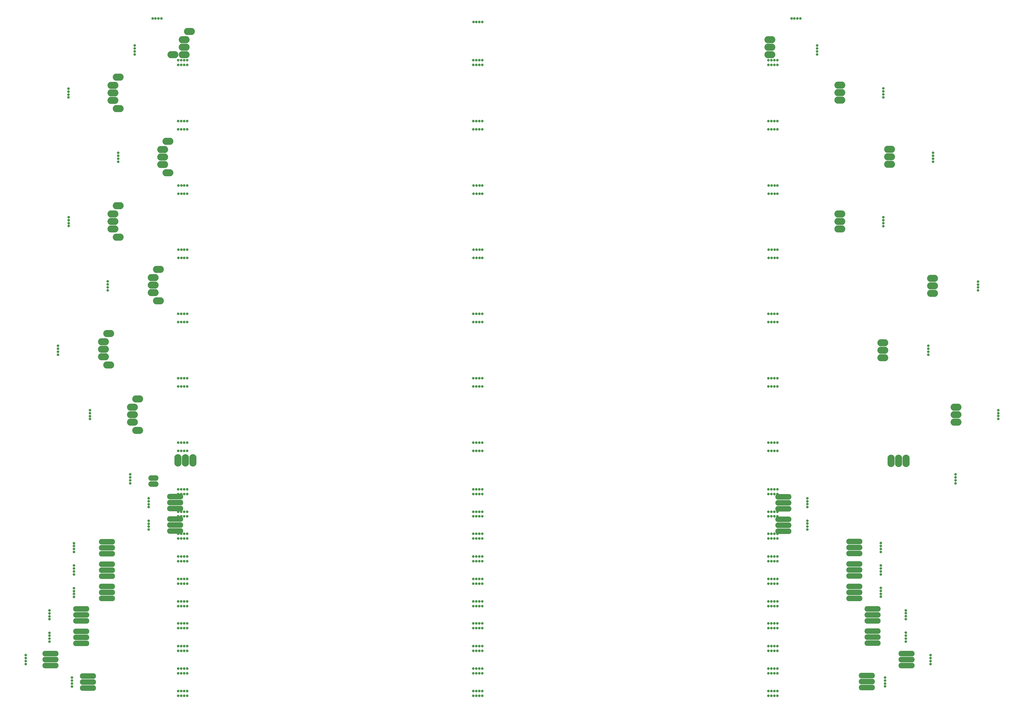
<source format=gbr>
G04 #@! TF.GenerationSoftware,KiCad,Pcbnew,(5.1.0-0)*
G04 #@! TF.CreationDate,2019-04-18T11:47:57-07:00*
G04 #@! TF.ProjectId,Panel2,50616e65-6c32-42e6-9b69-6361645f7063,rev?*
G04 #@! TF.SameCoordinates,Original*
G04 #@! TF.FileFunction,Soldermask,Bot*
G04 #@! TF.FilePolarity,Negative*
%FSLAX46Y46*%
G04 Gerber Fmt 4.6, Leading zero omitted, Abs format (unit mm)*
G04 Created by KiCad (PCBNEW (5.1.0-0)) date 2019-04-18 11:47:57*
%MOMM*%
%LPD*%
G04 APERTURE LIST*
%ADD10C,0.900000*%
%ADD11O,3.702000X2.432000*%
%ADD12O,5.480000X1.924000*%
%ADD13O,2.432000X4.210000*%
%ADD14O,3.448000X1.924000*%
G04 APERTURE END LIST*
D10*
X39721201Y-248268822D03*
X39721201Y-247268822D03*
X39721201Y-249268822D03*
X39721201Y-250268822D03*
X24021201Y-240668822D03*
X24021201Y-239668822D03*
X24021201Y-241668822D03*
X24021201Y-242668822D03*
X32071201Y-233068822D03*
X32071201Y-232068822D03*
X32071201Y-234068822D03*
X32071201Y-235068822D03*
X32071201Y-225468822D03*
X32071201Y-224468822D03*
X32071201Y-226468822D03*
X32071201Y-227468822D03*
X40371201Y-217918822D03*
X40371201Y-216918822D03*
X40371201Y-218918822D03*
X40371201Y-219918822D03*
X40371201Y-210268822D03*
X40371201Y-209268822D03*
X40371201Y-211268822D03*
X40371201Y-212268822D03*
X40371201Y-202668822D03*
X40371201Y-201668822D03*
X40371201Y-203668822D03*
X40371201Y-204668822D03*
X65721201Y-195068822D03*
X65721201Y-194068822D03*
X65721201Y-196068822D03*
X65721201Y-197068822D03*
X65671201Y-187468822D03*
X65671201Y-186468822D03*
X65671201Y-188468822D03*
X65671201Y-189468822D03*
X59421201Y-179368822D03*
X59421201Y-178368822D03*
X59421201Y-180368822D03*
X59421201Y-181368822D03*
X45821201Y-157568822D03*
X45821201Y-156568822D03*
X45821201Y-158568822D03*
X45821201Y-159568822D03*
X34971201Y-135768822D03*
X34971201Y-134768822D03*
X34971201Y-136768822D03*
X34971201Y-137768822D03*
X51821201Y-113918822D03*
X51821201Y-112918822D03*
X51821201Y-114918822D03*
X51821201Y-115918822D03*
X38571201Y-92118822D03*
X38571201Y-91118822D03*
X38571201Y-93118822D03*
X38571201Y-94118822D03*
X55371201Y-70318822D03*
X55371201Y-69318822D03*
X55371201Y-71318822D03*
X55371201Y-72318822D03*
X38521201Y-48518822D03*
X38521201Y-47518822D03*
X38521201Y-49518822D03*
X38521201Y-50518822D03*
X60971201Y-33918822D03*
X60971201Y-32918822D03*
X60971201Y-34918822D03*
X60971201Y-35918822D03*
X176718822Y-24878799D03*
X175718822Y-24878799D03*
X177718822Y-24878799D03*
X178718822Y-24878799D03*
X292171201Y-33918822D03*
X292171201Y-32918822D03*
X292171201Y-34918822D03*
X292171201Y-35918822D03*
X314621201Y-48468822D03*
X314621201Y-47468822D03*
X314621201Y-49468822D03*
X314621201Y-50468822D03*
X331471201Y-70318822D03*
X331471201Y-69318822D03*
X331471201Y-71318822D03*
X331471201Y-72318822D03*
X314621201Y-92168822D03*
X314621201Y-91168822D03*
X314621201Y-93168822D03*
X314621201Y-94168822D03*
X346700000Y-115950000D03*
X346700000Y-114950000D03*
X346700000Y-112950000D03*
X346700000Y-113950000D03*
X329850000Y-137750000D03*
X329850000Y-136750000D03*
X329850000Y-134750000D03*
X329850000Y-135750000D03*
X353550000Y-159550000D03*
X353550000Y-158550000D03*
X353550000Y-156550000D03*
X353550000Y-157550000D03*
X339050000Y-181350000D03*
X339050000Y-180350000D03*
X339050000Y-178350000D03*
X339050000Y-179350000D03*
X288850000Y-189450000D03*
X288850000Y-188450000D03*
X288850000Y-186450000D03*
X288850000Y-187450000D03*
X288850000Y-197050000D03*
X288850000Y-196050000D03*
X288850000Y-194050000D03*
X288850000Y-195050000D03*
X313750000Y-204650000D03*
X313750000Y-203650000D03*
X313750000Y-201650000D03*
X313750000Y-202650000D03*
X313750000Y-212250000D03*
X313750000Y-211250000D03*
X313750000Y-209250000D03*
X313750000Y-210250000D03*
X313750000Y-219850000D03*
X313750000Y-218850000D03*
X313750000Y-216850000D03*
X313750000Y-217850000D03*
X322250000Y-227450000D03*
X322250000Y-226450000D03*
X322250000Y-224450000D03*
X322250000Y-225450000D03*
X322250000Y-233050000D03*
X322250000Y-232050000D03*
X322250000Y-234050000D03*
X322250000Y-235050000D03*
X315200000Y-250250000D03*
X315200000Y-249250000D03*
X315200000Y-247250000D03*
X315200000Y-248250000D03*
X330600000Y-240650000D03*
X330600000Y-239650000D03*
X330600000Y-241650000D03*
X330600000Y-242650000D03*
X275700000Y-167550000D03*
X276700000Y-167550000D03*
X278700000Y-167550000D03*
X277700000Y-167550000D03*
X277700000Y-170350000D03*
X278700000Y-170350000D03*
X276700000Y-170350000D03*
X275700000Y-170350000D03*
X75700000Y-167550000D03*
X76700000Y-167550000D03*
X78700000Y-167550000D03*
X77700000Y-167550000D03*
X77700000Y-170350000D03*
X78700000Y-170350000D03*
X76700000Y-170350000D03*
X75700000Y-170350000D03*
X177700000Y-170350000D03*
X178700000Y-170350000D03*
X176700000Y-170350000D03*
X175700000Y-170350000D03*
X175700000Y-167550000D03*
X176700000Y-167550000D03*
X178700000Y-167550000D03*
X177700000Y-167550000D03*
X275700000Y-145750000D03*
X276700000Y-145750000D03*
X278700000Y-145750000D03*
X277700000Y-145750000D03*
X277700000Y-148550000D03*
X278700000Y-148550000D03*
X276700000Y-148550000D03*
X275700000Y-148550000D03*
X75700000Y-145750000D03*
X76700000Y-145750000D03*
X78700000Y-145750000D03*
X77700000Y-145750000D03*
X77700000Y-148550000D03*
X78700000Y-148550000D03*
X76700000Y-148550000D03*
X75700000Y-148550000D03*
X177700000Y-148550000D03*
X178700000Y-148550000D03*
X176700000Y-148550000D03*
X175700000Y-148550000D03*
X175700000Y-145750000D03*
X176700000Y-145750000D03*
X178700000Y-145750000D03*
X177700000Y-145750000D03*
X275700000Y-123900000D03*
X276700000Y-123900000D03*
X278700000Y-123900000D03*
X277700000Y-123900000D03*
X277700000Y-126700000D03*
X278700000Y-126700000D03*
X276700000Y-126700000D03*
X275700000Y-126700000D03*
X75700000Y-123900000D03*
X76700000Y-123900000D03*
X78700000Y-123900000D03*
X77700000Y-123900000D03*
X77700000Y-126700000D03*
X78700000Y-126700000D03*
X76700000Y-126700000D03*
X75700000Y-126700000D03*
X177700000Y-126700000D03*
X178700000Y-126700000D03*
X176700000Y-126700000D03*
X175700000Y-126700000D03*
X175700000Y-123900000D03*
X176700000Y-123900000D03*
X178700000Y-123900000D03*
X177700000Y-123900000D03*
X275750000Y-102150000D03*
X276750000Y-102150000D03*
X278750000Y-102150000D03*
X277750000Y-102150000D03*
X277750000Y-104950000D03*
X278750000Y-104950000D03*
X276750000Y-104950000D03*
X275750000Y-104950000D03*
X75750000Y-102150000D03*
X76750000Y-102150000D03*
X78750000Y-102150000D03*
X77750000Y-102150000D03*
X77750000Y-104950000D03*
X78750000Y-104950000D03*
X76750000Y-104950000D03*
X75750000Y-104950000D03*
X177750000Y-104950000D03*
X178750000Y-104950000D03*
X176750000Y-104950000D03*
X175750000Y-104950000D03*
X175750000Y-102150000D03*
X176750000Y-102150000D03*
X178750000Y-102150000D03*
X177750000Y-102150000D03*
X275750000Y-80350000D03*
X276750000Y-80350000D03*
X278750000Y-80350000D03*
X277750000Y-80350000D03*
X277750000Y-83150000D03*
X278750000Y-83150000D03*
X276750000Y-83150000D03*
X275750000Y-83150000D03*
X75750000Y-80350000D03*
X76750000Y-80350000D03*
X78750000Y-80350000D03*
X77750000Y-80350000D03*
X77750000Y-83150000D03*
X78750000Y-83150000D03*
X76750000Y-83150000D03*
X75750000Y-83150000D03*
X177750000Y-83150000D03*
X178750000Y-83150000D03*
X176750000Y-83150000D03*
X175750000Y-83150000D03*
X175750000Y-80350000D03*
X176750000Y-80350000D03*
X178750000Y-80350000D03*
X177750000Y-80350000D03*
X177700000Y-251800000D03*
X178700000Y-251800000D03*
X176700000Y-251800000D03*
X175700000Y-251800000D03*
X175700000Y-253400000D03*
X176700000Y-253400000D03*
X178700000Y-253400000D03*
X177700000Y-253400000D03*
X275700000Y-253400000D03*
X276700000Y-253400000D03*
X278700000Y-253400000D03*
X277700000Y-253400000D03*
X277700000Y-251800000D03*
X278700000Y-251800000D03*
X276700000Y-251800000D03*
X275700000Y-251800000D03*
X77700000Y-251800000D03*
X78700000Y-251800000D03*
X76700000Y-251800000D03*
X75700000Y-251800000D03*
X75700000Y-253400000D03*
X76700000Y-253400000D03*
X78700000Y-253400000D03*
X77700000Y-253400000D03*
X177700000Y-244200000D03*
X178700000Y-244200000D03*
X176700000Y-244200000D03*
X175700000Y-244200000D03*
X175700000Y-245800000D03*
X176700000Y-245800000D03*
X178700000Y-245800000D03*
X177700000Y-245800000D03*
X275700000Y-245800000D03*
X276700000Y-245800000D03*
X278700000Y-245800000D03*
X277700000Y-245800000D03*
X277700000Y-244200000D03*
X278700000Y-244200000D03*
X276700000Y-244200000D03*
X275700000Y-244200000D03*
X77700000Y-244200000D03*
X78700000Y-244200000D03*
X76700000Y-244200000D03*
X75700000Y-244200000D03*
X75700000Y-245800000D03*
X76700000Y-245800000D03*
X78700000Y-245800000D03*
X77700000Y-245800000D03*
X177700000Y-236600000D03*
X178700000Y-236600000D03*
X176700000Y-236600000D03*
X175700000Y-236600000D03*
X175700000Y-238200000D03*
X176700000Y-238200000D03*
X178700000Y-238200000D03*
X177700000Y-238200000D03*
X275700000Y-238200000D03*
X276700000Y-238200000D03*
X278700000Y-238200000D03*
X277700000Y-238200000D03*
X277700000Y-236600000D03*
X278700000Y-236600000D03*
X276700000Y-236600000D03*
X275700000Y-236600000D03*
X77700000Y-236600000D03*
X78700000Y-236600000D03*
X76700000Y-236600000D03*
X75700000Y-236600000D03*
X75700000Y-238200000D03*
X76700000Y-238200000D03*
X78700000Y-238200000D03*
X77700000Y-238200000D03*
X177700000Y-228900000D03*
X178700000Y-228900000D03*
X176700000Y-228900000D03*
X175700000Y-228900000D03*
X175700000Y-230500000D03*
X176700000Y-230500000D03*
X178700000Y-230500000D03*
X177700000Y-230500000D03*
X275700000Y-230500000D03*
X276700000Y-230500000D03*
X278700000Y-230500000D03*
X277700000Y-230500000D03*
X277700000Y-228900000D03*
X278700000Y-228900000D03*
X276700000Y-228900000D03*
X275700000Y-228900000D03*
X77700000Y-228900000D03*
X78700000Y-228900000D03*
X76700000Y-228900000D03*
X75700000Y-228900000D03*
X75700000Y-230500000D03*
X76700000Y-230500000D03*
X78700000Y-230500000D03*
X77700000Y-230500000D03*
X177700000Y-221400000D03*
X178700000Y-221400000D03*
X176700000Y-221400000D03*
X175700000Y-221400000D03*
X175700000Y-223000000D03*
X176700000Y-223000000D03*
X178700000Y-223000000D03*
X177700000Y-223000000D03*
X275700000Y-223000000D03*
X276700000Y-223000000D03*
X278700000Y-223000000D03*
X277700000Y-223000000D03*
X277700000Y-221400000D03*
X278700000Y-221400000D03*
X276700000Y-221400000D03*
X275700000Y-221400000D03*
X77700000Y-221400000D03*
X78700000Y-221400000D03*
X76700000Y-221400000D03*
X75700000Y-221400000D03*
X75700000Y-223000000D03*
X76700000Y-223000000D03*
X78700000Y-223000000D03*
X77700000Y-223000000D03*
X177700000Y-213800000D03*
X178700000Y-213800000D03*
X176700000Y-213800000D03*
X175700000Y-213800000D03*
X175700000Y-215400000D03*
X176700000Y-215400000D03*
X178700000Y-215400000D03*
X177700000Y-215400000D03*
X275700000Y-215400000D03*
X276700000Y-215400000D03*
X278700000Y-215400000D03*
X277700000Y-215400000D03*
X277700000Y-213800000D03*
X278700000Y-213800000D03*
X276700000Y-213800000D03*
X275700000Y-213800000D03*
X77700000Y-213800000D03*
X78700000Y-213800000D03*
X76700000Y-213800000D03*
X75700000Y-213800000D03*
X75700000Y-215400000D03*
X76700000Y-215400000D03*
X78700000Y-215400000D03*
X77700000Y-215400000D03*
X177700000Y-206200000D03*
X178700000Y-206200000D03*
X176700000Y-206200000D03*
X175700000Y-206200000D03*
X175700000Y-207800000D03*
X176700000Y-207800000D03*
X178700000Y-207800000D03*
X177700000Y-207800000D03*
X275700000Y-207800000D03*
X276700000Y-207800000D03*
X278700000Y-207800000D03*
X277700000Y-207800000D03*
X277700000Y-206200000D03*
X278700000Y-206200000D03*
X276700000Y-206200000D03*
X275700000Y-206200000D03*
X77700000Y-206200000D03*
X78700000Y-206200000D03*
X76700000Y-206200000D03*
X75700000Y-206200000D03*
X75700000Y-207800000D03*
X76700000Y-207800000D03*
X78700000Y-207800000D03*
X77700000Y-207800000D03*
X177700000Y-198500000D03*
X178700000Y-198500000D03*
X176700000Y-198500000D03*
X175700000Y-198500000D03*
X175700000Y-200100000D03*
X176700000Y-200100000D03*
X178700000Y-200100000D03*
X177700000Y-200100000D03*
X275700000Y-200100000D03*
X276700000Y-200100000D03*
X278700000Y-200100000D03*
X277700000Y-200100000D03*
X277700000Y-198500000D03*
X278700000Y-198500000D03*
X276700000Y-198500000D03*
X275700000Y-198500000D03*
X77700000Y-198500000D03*
X78700000Y-198500000D03*
X76700000Y-198500000D03*
X75700000Y-198500000D03*
X75700000Y-200100000D03*
X76700000Y-200100000D03*
X78700000Y-200100000D03*
X77700000Y-200100000D03*
X177700000Y-191000000D03*
X178700000Y-191000000D03*
X176700000Y-191000000D03*
X175700000Y-191000000D03*
X175700000Y-192600000D03*
X176700000Y-192600000D03*
X178700000Y-192600000D03*
X177700000Y-192600000D03*
X275700000Y-192600000D03*
X276700000Y-192600000D03*
X278700000Y-192600000D03*
X277700000Y-192600000D03*
X277700000Y-191000000D03*
X278700000Y-191000000D03*
X276700000Y-191000000D03*
X275700000Y-191000000D03*
X77700000Y-191000000D03*
X78700000Y-191000000D03*
X76700000Y-191000000D03*
X75700000Y-191000000D03*
X75700000Y-192600000D03*
X76700000Y-192600000D03*
X78700000Y-192600000D03*
X77700000Y-192600000D03*
X177700000Y-183400000D03*
X178700000Y-183400000D03*
X176700000Y-183400000D03*
X175700000Y-183400000D03*
X175700000Y-185000000D03*
X176700000Y-185000000D03*
X178700000Y-185000000D03*
X177700000Y-185000000D03*
X275700000Y-185000000D03*
X276700000Y-185000000D03*
X278700000Y-185000000D03*
X277700000Y-185000000D03*
X277700000Y-183400000D03*
X278700000Y-183400000D03*
X276700000Y-183400000D03*
X275700000Y-183400000D03*
X77700000Y-183400000D03*
X78700000Y-183400000D03*
X76700000Y-183400000D03*
X75700000Y-183400000D03*
X75700000Y-185000000D03*
X76700000Y-185000000D03*
X78700000Y-185000000D03*
X77700000Y-185000000D03*
X177700000Y-58500000D03*
X178700000Y-58500000D03*
X176700000Y-58500000D03*
X175700000Y-58500000D03*
X175700000Y-61300000D03*
X176700000Y-61300000D03*
X178700000Y-61300000D03*
X177700000Y-61300000D03*
X275700000Y-61300000D03*
X276700000Y-61300000D03*
X278700000Y-61300000D03*
X277700000Y-61300000D03*
X277700000Y-58500000D03*
X278700000Y-58500000D03*
X276700000Y-58500000D03*
X275700000Y-58500000D03*
X77700000Y-58500000D03*
X78700000Y-58500000D03*
X76700000Y-58500000D03*
X75700000Y-58500000D03*
X75700000Y-61300000D03*
X76700000Y-61300000D03*
X78700000Y-61300000D03*
X77700000Y-61300000D03*
X75700000Y-37900000D03*
X76700000Y-37900000D03*
X78700000Y-37900000D03*
X77700000Y-37900000D03*
X77700000Y-39500000D03*
X78700000Y-39500000D03*
X76700000Y-39500000D03*
X75700000Y-39500000D03*
X175700000Y-37900000D03*
X176700000Y-37900000D03*
X178700000Y-37900000D03*
X177700000Y-37900000D03*
X177700000Y-39500000D03*
X178700000Y-39500000D03*
X176700000Y-39500000D03*
X175700000Y-39500000D03*
X275700000Y-37900000D03*
X276700000Y-37900000D03*
X278700000Y-37900000D03*
X277700000Y-37900000D03*
X277700000Y-39500000D03*
X278700000Y-39500000D03*
X276700000Y-39500000D03*
X275700000Y-39500000D03*
X285500000Y-23700000D03*
X286500000Y-23700000D03*
X284500000Y-23700000D03*
X283500000Y-23700000D03*
X67000000Y-23700000D03*
X68000000Y-23700000D03*
X70000000Y-23700000D03*
X69000000Y-23700000D03*
D11*
X73868000Y-35997000D03*
X79456000Y-28123000D03*
X77678000Y-35997000D03*
X77678000Y-33457000D03*
X77678000Y-30917000D03*
X276178000Y-36037000D03*
X276178000Y-33497000D03*
X276178000Y-30957000D03*
X60152000Y-155518000D03*
X60152000Y-158058000D03*
X60152000Y-160598000D03*
X61930000Y-152724000D03*
X61930000Y-163392000D03*
X339252000Y-155552000D03*
X339252000Y-158092000D03*
X339252000Y-160632000D03*
D12*
X45090540Y-246737780D03*
X45090540Y-248769780D03*
X45090540Y-250801780D03*
X308994000Y-246593000D03*
X308994000Y-248625000D03*
X308994000Y-250657000D03*
X32413000Y-243192000D03*
X32413000Y-241160000D03*
X32413000Y-239128000D03*
X322481000Y-243192000D03*
X322481000Y-241160000D03*
X322481000Y-239128000D03*
X310982140Y-231540880D03*
X310982140Y-233572880D03*
X310982140Y-235604880D03*
X42808920Y-231556520D03*
X42808920Y-233588520D03*
X42808920Y-235620520D03*
X310982140Y-223939880D03*
X310982140Y-225971880D03*
X310982140Y-228003880D03*
X42808920Y-223955520D03*
X42808920Y-225987520D03*
X42808920Y-228019520D03*
X51565920Y-216379120D03*
X51565920Y-218411120D03*
X51565920Y-220443120D03*
X304818060Y-216310540D03*
X304818060Y-218342540D03*
X304818060Y-220374540D03*
X51565920Y-208779120D03*
X51565920Y-210811120D03*
X51565920Y-212843120D03*
X304818060Y-208710540D03*
X304818060Y-210742540D03*
X304818060Y-212774540D03*
X51565920Y-201179120D03*
X51565920Y-203211120D03*
X51565920Y-205243120D03*
X304818060Y-201110540D03*
X304818060Y-203142540D03*
X304818060Y-205174540D03*
X74635000Y-193508400D03*
X74635000Y-195540400D03*
X74635000Y-197572400D03*
X280781400Y-193536400D03*
X280781400Y-195568400D03*
X280781400Y-197600400D03*
X74635000Y-185909400D03*
X74635000Y-187941400D03*
X74635000Y-189973400D03*
X280781400Y-185937400D03*
X280781400Y-187969400D03*
X280781400Y-190001400D03*
D11*
X50398000Y-133390000D03*
X50398000Y-135930000D03*
X50398000Y-138470000D03*
X52176000Y-130596000D03*
X52176000Y-141264000D03*
X314398000Y-133690000D03*
X314398000Y-136230000D03*
X314398000Y-138770000D03*
X67245000Y-111578000D03*
X67245000Y-114118000D03*
X67245000Y-116658000D03*
X69023000Y-108784000D03*
X69023000Y-119452000D03*
X331245000Y-111878000D03*
X331245000Y-114418000D03*
X331245000Y-116958000D03*
X53613000Y-46384000D03*
X53613000Y-48924000D03*
X53613000Y-51464000D03*
X55391000Y-43590000D03*
X55391000Y-54258000D03*
X299913000Y-46324000D03*
X299913000Y-48864000D03*
X299913000Y-51404000D03*
X299913000Y-95073000D03*
X299913000Y-92533000D03*
X299913000Y-89993000D03*
X55391000Y-97927000D03*
X55391000Y-87259000D03*
X53613000Y-95133000D03*
X53613000Y-92593000D03*
X53613000Y-90053000D03*
X316760000Y-73217000D03*
X316760000Y-70677000D03*
X316760000Y-68137000D03*
X72238000Y-76071000D03*
X72238000Y-65403000D03*
X70460000Y-73277000D03*
X70460000Y-70737000D03*
X70460000Y-68197000D03*
D13*
X322292189Y-173777543D03*
X319752189Y-173777543D03*
X317212189Y-173777543D03*
X75612189Y-173577543D03*
X78152189Y-173577543D03*
X80692189Y-173577543D03*
D14*
X67262189Y-181659543D03*
X67262189Y-179627543D03*
M02*

</source>
